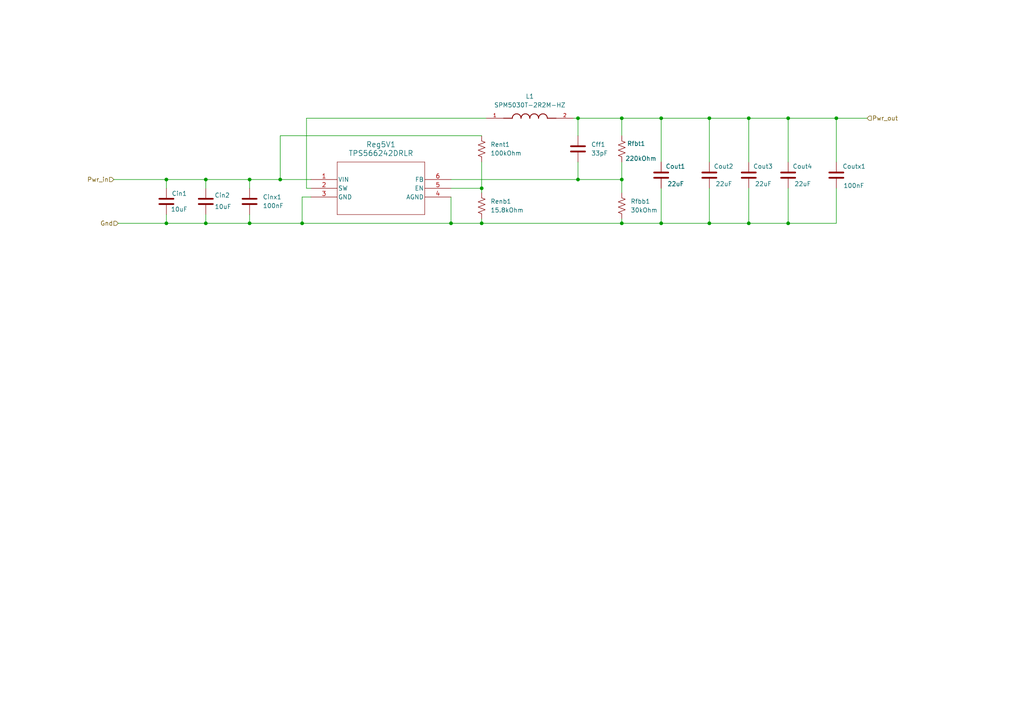
<source format=kicad_sch>
(kicad_sch (version 20231120) (generator "eeschema") (generator_version "8.0")
  (paper "A4")
  (lib_symbols
    (symbol "2025-03-05_03-11-59:TPS566242DRLR" (pin_names (offset 0.254))
      (property "Reference" "U" (at 20.32 10.16 0))
      (property "Value" "TPS566242DRLR" (at 20.32 7.62 0))
      (symbol "TPS566242DRLR_0_1"
        (polyline (pts (xy 7.62 -10.16) (xy 33.02 -10.16)) (stroke (width 0.127)))
        (polyline (pts (xy 7.62 5.08) (xy 7.62 -10.16)) (stroke (width 0.127)))
        (polyline (pts (xy 33.02 -10.16) (xy 33.02 5.08)) (stroke (width 0.127)))
        (polyline (pts (xy 33.02 5.08) (xy 7.62 5.08)) (stroke (width 0.127)))
        (pin input line (at 0 0 0) (length 7.62) (name "VIN") (number "1"))
        (pin output line (at 0 -2.54 0) (length 7.62) (name "SW") (number "2"))
        (pin power_out line (at 0 -5.08 0) (length 7.62) (name "GND") (number "3"))
        (pin power_out line (at 40.64 -5.08 180) (length 7.62) (name "AGND") (number "4"))
        (pin input line (at 40.64 -2.54 180) (length 7.62) (name "EN") (number "5"))
        (pin input line (at 40.64 0 180) (length 7.62) (name "FB") (number "6"))
      )
    )
    (symbol "Device:C" (pin_numbers hide) (pin_names (offset 0.254))
      (property "Reference" "C" (at 0.635 2.54 0))
      (property "Value" "C" (at 0.635 -2.54 0))
      (symbol "C_0_1"
        (polyline (pts (xy -2.032 -0.762) (xy 2.032 -0.762)) (stroke (width 0.508)))
        (polyline (pts (xy -2.032 0.762) (xy 2.032 0.762)) (stroke (width 0.508)))
      )
      (symbol "C_1_1"
        (pin passive line (at 0 3.81 270) (length 2.794) (name "~") (number "1"))
        (pin passive line (at 0 -3.81 90) (length 2.794) (name "~") (number "2"))
      )
    )
    (symbol "Device:R_US" (pin_numbers hide) (pin_names (offset 0))
      (property "Reference" "R" (at 2.54 0 90))
      (property "Value" "R_US" (at -2.54 0 90))
      (symbol "R_US_0_1"
        (polyline (pts (xy 0 -2.286) (xy 0 -2.54)))
        (polyline (pts (xy 0 2.286) (xy 0 2.54)))
        (polyline (pts (xy 0 -0.762) (xy 1.016 -1.143) (xy 0 -1.524) (xy -1.016 -1.905) (xy 0 -2.286)))
        (polyline (pts (xy 0 0.762) (xy 1.016 0.381) (xy 0 0) (xy -1.016 -0.381) (xy 0 -0.762)))
        (polyline (pts (xy 0 2.286) (xy 1.016 1.905) (xy 0 1.524) (xy -1.016 1.143) (xy 0 0.762)))
      )
      (symbol "R_US_1_1"
        (pin passive line (at 0 3.81 270) (length 1.27) (name "~") (number "1"))
        (pin passive line (at 0 -3.81 90) (length 1.27) (name "~") (number "2"))
      )
    )
    (symbol "SPM5030T-2R2M-HZ:SPM5030T-2R2M-HZ" (pin_names (offset 1.016))
      (property "Reference" "L" (at -10.16 5.08 0))
      (property "Value" "SPM5030T-2R2M-HZ" (at -10.16 -5.08 0))
      (symbol "SPM5030T-2R2M-HZ_0_0"
        (arc (start -2.54 0) (mid -3.81 1.2645) (end -5.08 0) (stroke (width 0.254)))
        (arc (start 0 0) (mid -1.27 1.2645) (end -2.54 0) (stroke (width 0.254)))
        (polyline (pts (xy -5.08 0) (xy -7.62 0)) (stroke (width 0.254)))
        (polyline (pts (xy 5.08 0) (xy 7.62 0)) (stroke (width 0.254)))
        (arc (start 2.54 0) (mid 1.27 1.2645) (end 0 0) (stroke (width 0.254)))
        (arc (start 5.08 0) (mid 3.81 1.2645) (end 2.54 0) (stroke (width 0.254)))
        (pin passive line (at -12.7 0 0) (length 5.08) (name "~") (number "1"))
        (pin passive line (at 12.7 0 180) (length 5.08) (name "~") (number "2"))
      )
    )
  )
  (junction (at 59.69 64.77))
  (junction (at 87.63 64.77))
  (junction (at 167.64 34.29))
  (junction (at 228.6 64.77))
  (junction (at 130.81 64.77))
  (junction (at 217.17 34.29))
  (junction (at 48.26 52.07))
  (junction (at 139.7 64.77))
  (junction (at 48.26 64.77))
  (junction (at 191.77 34.29))
  (junction (at 205.74 34.29))
  (junction (at 180.34 64.77))
  (junction (at 180.34 52.07))
  (junction (at 139.7 54.61))
  (junction (at 228.6 34.29))
  (junction (at 180.34 34.29))
  (junction (at 217.17 64.77))
  (junction (at 205.74 64.77))
  (junction (at 72.39 52.07))
  (junction (at 167.64 52.07))
  (junction (at 59.69 52.07))
  (junction (at 72.39 64.77))
  (junction (at 191.77 64.77))
  (junction (at 81.28 52.07))
  (junction (at 242.57 34.29))
  (wire (pts (xy 180.34 46.99) (xy 180.34 52.07)))
  (wire (pts (xy 48.26 52.07) (xy 59.69 52.07)))
  (wire (pts (xy 180.34 52.07) (xy 180.34 55.88)))
  (wire (pts (xy 242.57 54.61) (xy 242.57 64.77)))
  (wire (pts (xy 217.17 34.29) (xy 217.17 46.99)))
  (wire (pts (xy 48.26 62.23) (xy 48.26 64.77)))
  (wire (pts (xy 191.77 54.61) (xy 191.77 64.77)))
  (wire (pts (xy 72.39 64.77) (xy 87.63 64.77)))
  (wire (pts (xy 167.64 34.29) (xy 166.37 34.29)))
  (wire (pts (xy 205.74 34.29) (xy 217.17 34.29)))
  (wire (pts (xy 139.7 64.77) (xy 180.34 64.77)))
  (wire (pts (xy 167.64 34.29) (xy 167.64 39.37)))
  (wire (pts (xy 180.34 34.29) (xy 191.77 34.29)))
  (wire (pts (xy 139.7 54.61) (xy 139.7 55.88)))
  (wire (pts (xy 130.81 52.07) (xy 167.64 52.07)))
  (wire (pts (xy 48.26 52.07) (xy 48.26 54.61)))
  (wire (pts (xy 34.29 64.77) (xy 48.26 64.77)))
  (wire (pts (xy 139.7 63.5) (xy 139.7 64.77)))
  (wire (pts (xy 87.63 57.15) (xy 90.17 57.15)))
  (wire (pts (xy 191.77 34.29) (xy 205.74 34.29)))
  (wire (pts (xy 59.69 62.23) (xy 59.69 64.77)))
  (wire (pts (xy 88.9 34.29) (xy 140.97 34.29)))
  (wire (pts (xy 180.34 63.5) (xy 180.34 64.77)))
  (wire (pts (xy 167.64 34.29) (xy 180.34 34.29)))
  (wire (pts (xy 205.74 34.29) (xy 205.74 46.99)))
  (wire (pts (xy 228.6 64.77) (xy 217.17 64.77)))
  (wire (pts (xy 205.74 64.77) (xy 191.77 64.77)))
  (wire (pts (xy 81.28 39.37) (xy 81.28 52.07)))
  (wire (pts (xy 72.39 52.07) (xy 81.28 52.07)))
  (wire (pts (xy 59.69 52.07) (xy 72.39 52.07)))
  (wire (pts (xy 242.57 64.77) (xy 228.6 64.77)))
  (wire (pts (xy 180.34 34.29) (xy 180.34 39.37)))
  (wire (pts (xy 217.17 54.61) (xy 217.17 64.77)))
  (wire (pts (xy 81.28 52.07) (xy 90.17 52.07)))
  (wire (pts (xy 139.7 39.37) (xy 81.28 39.37)))
  (wire (pts (xy 33.02 52.07) (xy 48.26 52.07)))
  (wire (pts (xy 242.57 34.29) (xy 242.57 46.99)))
  (wire (pts (xy 72.39 62.23) (xy 72.39 64.77)))
  (wire (pts (xy 88.9 34.29) (xy 88.9 54.61)))
  (wire (pts (xy 59.69 64.77) (xy 72.39 64.77)))
  (wire (pts (xy 130.81 64.77) (xy 87.63 64.77)))
  (wire (pts (xy 180.34 64.77) (xy 191.77 64.77)))
  (wire (pts (xy 180.34 52.07) (xy 167.64 52.07)))
  (wire (pts (xy 205.74 54.61) (xy 205.74 64.77)))
  (wire (pts (xy 88.9 54.61) (xy 90.17 54.61)))
  (wire (pts (xy 130.81 57.15) (xy 130.81 64.77)))
  (wire (pts (xy 191.77 34.29) (xy 191.77 46.99)))
  (wire (pts (xy 228.6 34.29) (xy 228.6 46.99)))
  (wire (pts (xy 130.81 64.77) (xy 139.7 64.77)))
  (wire (pts (xy 139.7 46.99) (xy 139.7 54.61)))
  (wire (pts (xy 228.6 34.29) (xy 242.57 34.29)))
  (wire (pts (xy 242.57 34.29) (xy 251.46 34.29)))
  (wire (pts (xy 217.17 34.29) (xy 228.6 34.29)))
  (wire (pts (xy 72.39 52.07) (xy 72.39 54.61)))
  (wire (pts (xy 48.26 64.77) (xy 59.69 64.77)))
  (wire (pts (xy 59.69 52.07) (xy 59.69 54.61)))
  (wire (pts (xy 228.6 54.61) (xy 228.6 64.77)))
  (wire (pts (xy 167.64 46.99) (xy 167.64 52.07)))
  (wire (pts (xy 87.63 64.77) (xy 87.63 57.15)))
  (wire (pts (xy 217.17 64.77) (xy 205.74 64.77)))
  (wire (pts (xy 130.81 54.61) (xy 139.7 54.61)))
  (hierarchical_label "Gnd" (shape input) (at 34.29 64.77 180))
  (hierarchical_label "Pwr_out" (shape input) (at 251.46 34.29 0))
  (hierarchical_label "Pwr_in" (shape input) (at 33.02 52.07 180))
  (symbol (lib_id "Device:C") (at 217.17 50.8 0) (unit 1)
    (property "Reference" "Cout3" (at 218.44 48.26 0) (effects (justify left)))
    (property "Value" "22uF" (at 218.948 53.34 0) (effects (justify left)))
    (property "Footprint" "Capacitor_SMD:C_0805_2012Metric_Pad1.18x1.45mm_HandSolder" (effects (hide yes)))
    (property "Description" "Unpolarized capacitor" (effects (hide yes)))
  )
  (symbol (lib_id "Device:R_US") (at 180.34 59.69 0) (unit 1)
    (property "Reference" "Rfbb1" (at 182.88 58.4199 0) (effects (justify left)))
    (property "Value" "30kOhm" (at 182.88 60.9599 0) (effects (justify left)))
    (property "Footprint" "Resistor_SMD:R_0805_2012Metric_Pad1.20x1.40mm_HandSolder" (effects (hide yes)))
    (property "Description" "Resistor, US symbol" (effects (hide yes)))
  )
  (symbol (lib_id "Device:C") (at 191.77 50.8 0) (unit 1)
    (property "Reference" "Cout1" (at 193.04 48.26 0) (effects (justify left)))
    (property "Value" "22uF" (at 193.548 53.34 0) (effects (justify left)))
    (property "Footprint" "Capacitor_SMD:C_0805_2012Metric_Pad1.18x1.45mm_HandSolder" (effects (hide yes)))
    (property "Description" "Unpolarized capacitor" (effects (hide yes)))
  )
  (symbol (lib_id "Device:C") (at 72.39 58.42 0) (unit 1)
    (property "Reference" "Cinx1" (at 76.2 57.1499 0) (effects (justify left)))
    (property "Value" "100nF" (at 76.2 59.6899 0) (effects (justify left)))
    (property "Footprint" "Capacitor_SMD:C_0805_2012Metric_Pad1.18x1.45mm_HandSolder" (effects (hide yes)))
    (property "Description" "Unpolarized capacitor" (effects (hide yes)))
  )
  (symbol (lib_id "Device:R_US") (at 139.7 59.69 0) (unit 1)
    (property "Reference" "Renb1" (at 142.24 58.4199 0) (effects (justify left)))
    (property "Value" "15.8kOhm" (at 142.24 60.9599 0) (effects (justify left)))
    (property "Footprint" "Resistor_SMD:R_0805_2012Metric_Pad1.20x1.40mm_HandSolder" (effects (hide yes)))
    (property "Description" "Resistor, US symbol" (effects (hide yes)))
  )
  (symbol (lib_id "2025-03-05_03-11-59:TPS566242DRLR") (at 90.17 52.07 0) (unit 1)
    (property "Reference" "Reg5V1" (at 110.49 41.91 0) (effects (font (size 1.524 1.524))))
    (property "Value" "TPS566242DRLR" (at 110.49 44.45 0) (effects (font (size 1.524 1.524))))
    (property "Footprint" "CustomLibrary:SOT5x3_DRL_TEX" (effects (hide yes)))
    (property "Datasheet" "TPS566242DRLR" (effects (hide yes)))
  )
  (symbol (lib_id "Device:C") (at 59.69 58.42 0) (unit 1)
    (property "Reference" "Cin2" (at 62.23 56.642 0) (effects (justify left)))
    (property "Value" "10uF" (at 62.23 59.944 0) (effects (justify left)))
    (property "Footprint" "Capacitor_SMD:C_0805_2012Metric_Pad1.18x1.45mm_HandSolder" (effects (hide yes)))
    (property "Description" "Unpolarized capacitor" (effects (hide yes)))
  )
  (symbol (lib_id "Device:C") (at 205.74 50.8 0) (unit 1)
    (property "Reference" "Cout2" (at 207.01 48.26 0) (effects (justify left)))
    (property "Value" "22uF" (at 207.518 53.34 0) (effects (justify left)))
    (property "Footprint" "Capacitor_SMD:C_0805_2012Metric_Pad1.18x1.45mm_HandSolder" (effects (hide yes)))
    (property "Description" "Unpolarized capacitor" (effects (hide yes)))
  )
  (symbol (lib_id "Device:C") (at 228.6 50.8 0) (unit 1)
    (property "Reference" "Cout4" (at 229.87 48.26 0) (effects (justify left)))
    (property "Value" "22uF" (at 230.378 53.34 0) (effects (justify left)))
    (property "Footprint" "Capacitor_SMD:C_0805_2012Metric_Pad1.18x1.45mm_HandSolder" (effects (hide yes)))
    (property "Description" "Unpolarized capacitor" (effects (hide yes)))
  )
  (symbol (lib_id "SPM5030T-2R2M-HZ:SPM5030T-2R2M-HZ") (at 153.67 34.29 0) (unit 1)
    (property "Reference" "L1" (at 153.67 27.94 0))
    (property "Value" "SPM5030T-2R2M-HZ" (at 153.67 30.48 0))
    (property "Footprint" "CustomLibrary:IND_SPM5030T-2R2M-HZ" (effects (hide yes)))
    (property "MF" "TDK" (effects (hide yes)))
    (property "MAXIMUM_PACKAGE_HEIGHT" "3.0 mm" (effects (hide yes)))
    (property "Package" "NON STANDARD-2 TDK" (effects (hide yes)))
    (property "Price" "None" (effects (hide yes)))
    (property "Check_prices" "https://www.snapeda.com/parts/SPM5030T-2R2M-HZ/TDK/view-part/?ref=eda" (effects (hide yes)))
    (property "STANDARD" "Manufacturer Recommendations" (effects (hide yes)))
    (property "PARTREV" "20210423" (effects (hide yes)))
    (property "SnapEDA_Link" "https://www.snapeda.com/parts/SPM5030T-2R2M-HZ/TDK/view-part/?ref=snap" (effects (hide yes)))
    (property "MP" "SPM5030T-2R2M-HZ" (effects (hide yes)))
    (property "Description_1" "\n                        \n                            Inductor Power Shielded Wirewound 2.2uH 20% 100KHz Metal 8.5A 0.0213Ohm DCR Automotive T/R\n                        \n" (effects (hide yes)))
    (property "Availability" "In Stock" (effects (hide yes)))
    (property "MANUFACTURER" "TDK" (effects (hide yes)))
  )
  (symbol (lib_id "Device:C") (at 48.26 58.42 0) (unit 1)
    (property "Reference" "Cin1" (at 49.784 56.134 0) (effects (justify left)))
    (property "Value" "10uF" (at 49.53 60.706 0) (effects (justify left)))
    (property "Footprint" "Capacitor_SMD:C_0805_2012Metric_Pad1.18x1.45mm_HandSolder" (effects (hide yes)))
    (property "Description" "Unpolarized capacitor" (effects (hide yes)))
  )
  (symbol (lib_id "Device:C") (at 242.57 50.8 0) (unit 1)
    (property "Reference" "Coutx1" (at 244.348 48.26 0) (effects (justify left)))
    (property "Value" "100nF" (at 244.602 53.848 0) (effects (justify left)))
    (property "Footprint" "Capacitor_SMD:C_0805_2012Metric_Pad1.18x1.45mm_HandSolder" (effects (hide yes)))
    (property "Description" "Unpolarized capacitor" (effects (hide yes)))
  )
  (symbol (lib_id "Device:R_US") (at 139.7 43.18 0) (unit 1)
    (property "Reference" "Rent1" (at 142.24 41.9099 0) (effects (justify left)))
    (property "Value" "100kOhm" (at 142.24 44.4499 0) (effects (justify left)))
    (property "Footprint" "Resistor_SMD:R_0805_2012Metric_Pad1.20x1.40mm_HandSolder" (effects (hide yes)))
    (property "Description" "Resistor, US symbol" (effects (hide yes)))
  )
  (symbol (lib_id "Device:R_US") (at 180.34 43.18 0) (unit 1)
    (property "Reference" "Rfbt1" (at 181.864 41.656 0) (effects (justify left)))
    (property "Value" "220kOhm" (at 181.356 45.974 0) (effects (justify left)))
    (property "Footprint" "Resistor_SMD:R_0805_2012Metric_Pad1.20x1.40mm_HandSolder" (effects (hide yes)))
    (property "Description" "Resistor, US symbol" (effects (hide yes)))
  )
  (symbol (lib_id "Device:C") (at 167.64 43.18 0) (unit 1)
    (property "Reference" "Cff1" (at 171.45 41.9099 0) (effects (justify left)))
    (property "Value" "33pF" (at 171.45 44.4499 0) (effects (justify left)))
    (property "Footprint" "Capacitor_SMD:C_0805_2012Metric_Pad1.18x1.45mm_HandSolder" (effects (hide yes)))
    (property "Description" "Unpolarized capacitor" (effects (hide yes)))
  )
)
</source>
